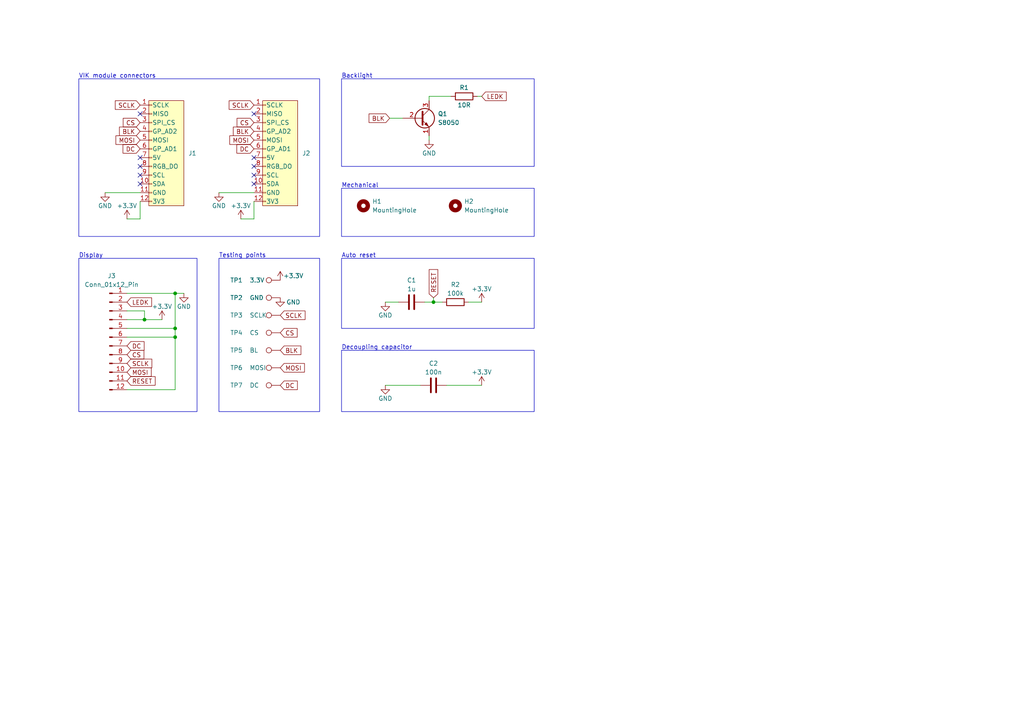
<source format=kicad_sch>
(kicad_sch (version 20230121) (generator eeschema)
  (paper "A4")
  (lib_symbols
    (symbol "Connector:Conn_01x12_Pin" (pin_names (offset 1.016) hide)
      (property "Reference" "J" (at 0 15.24 0))
      (property "Value" "Conn_01x12_Pin" (at 0 -17.78 0))
      (symbol "Conn_01x12_Pin_1_1"
        (polyline (pts (xy 1.27 -15.24) (xy 0.8636 -15.24)) (stroke (width 0.1524)))
        (polyline (pts (xy 1.27 -12.7) (xy 0.8636 -12.7)) (stroke (width 0.1524)))
        (polyline (pts (xy 1.27 -10.16) (xy 0.8636 -10.16)) (stroke (width 0.1524)))
        (polyline (pts (xy 1.27 -7.62) (xy 0.8636 -7.62)) (stroke (width 0.1524)))
        (polyline (pts (xy 1.27 -5.08) (xy 0.8636 -5.08)) (stroke (width 0.1524)))
        (polyline (pts (xy 1.27 -2.54) (xy 0.8636 -2.54)) (stroke (width 0.1524)))
        (polyline (pts (xy 1.27 0) (xy 0.8636 0)) (stroke (width 0.1524)))
        (polyline (pts (xy 1.27 2.54) (xy 0.8636 2.54)) (stroke (width 0.1524)))
        (polyline (pts (xy 1.27 5.08) (xy 0.8636 5.08)) (stroke (width 0.1524)))
        (polyline (pts (xy 1.27 7.62) (xy 0.8636 7.62)) (stroke (width 0.1524)))
        (polyline (pts (xy 1.27 10.16) (xy 0.8636 10.16)) (stroke (width 0.1524)))
        (polyline (pts (xy 1.27 12.7) (xy 0.8636 12.7)) (stroke (width 0.1524)))
        (rectangle (start 0.8636 -15.113) (end 0 -15.367) (stroke (width 0.1524)) (fill (type outline)))
        (rectangle (start 0.8636 -12.573) (end 0 -12.827) (stroke (width 0.1524)) (fill (type outline)))
        (rectangle (start 0.8636 -10.033) (end 0 -10.287) (stroke (width 0.1524)) (fill (type outline)))
        (rectangle (start 0.8636 -7.493) (end 0 -7.747) (stroke (width 0.1524)) (fill (type outline)))
        (rectangle (start 0.8636 -4.953) (end 0 -5.207) (stroke (width 0.1524)) (fill (type outline)))
        (rectangle (start 0.8636 -2.413) (end 0 -2.667) (stroke (width 0.1524)) (fill (type outline)))
        (rectangle (start 0.8636 0.127) (end 0 -0.127) (stroke (width 0.1524)) (fill (type outline)))
        (rectangle (start 0.8636 2.667) (end 0 2.413) (stroke (width 0.1524)) (fill (type outline)))
        (rectangle (start 0.8636 5.207) (end 0 4.953) (stroke (width 0.1524)) (fill (type outline)))
        (rectangle (start 0.8636 7.747) (end 0 7.493) (stroke (width 0.1524)) (fill (type outline)))
        (rectangle (start 0.8636 10.287) (end 0 10.033) (stroke (width 0.1524)) (fill (type outline)))
        (rectangle (start 0.8636 12.827) (end 0 12.573) (stroke (width 0.1524)) (fill (type outline)))
        (pin passive line (at 5.08 12.7 180) (length 3.81) (name "Pin_1") (number "1"))
        (pin passive line (at 5.08 -10.16 180) (length 3.81) (name "Pin_10") (number "10"))
        (pin passive line (at 5.08 -12.7 180) (length 3.81) (name "Pin_11") (number "11"))
        (pin passive line (at 5.08 -15.24 180) (length 3.81) (name "Pin_12") (number "12"))
        (pin passive line (at 5.08 10.16 180) (length 3.81) (name "Pin_2") (number "2"))
        (pin passive line (at 5.08 7.62 180) (length 3.81) (name "Pin_3") (number "3"))
        (pin passive line (at 5.08 5.08 180) (length 3.81) (name "Pin_4") (number "4"))
        (pin passive line (at 5.08 2.54 180) (length 3.81) (name "Pin_5") (number "5"))
        (pin passive line (at 5.08 0 180) (length 3.81) (name "Pin_6") (number "6"))
        (pin passive line (at 5.08 -2.54 180) (length 3.81) (name "Pin_7") (number "7"))
        (pin passive line (at 5.08 -5.08 180) (length 3.81) (name "Pin_8") (number "8"))
        (pin passive line (at 5.08 -7.62 180) (length 3.81) (name "Pin_9") (number "9"))
      )
    )
    (symbol "Connector:TestPoint" (pin_numbers hide) (pin_names (offset 0.762) hide)
      (property "Reference" "TP" (at 0 6.858 0))
      (property "Value" "TestPoint" (at 0 5.08 0))
      (symbol "TestPoint_0_1"
        (circle (center 0 3.302) (radius 0.762))
      )
      (symbol "TestPoint_1_1"
        (pin passive line (at 0 0 90) (length 2.54) (name "1") (number "1"))
      )
    )
    (symbol "Device:C" (pin_numbers hide) (pin_names (offset 0.254))
      (property "Reference" "C" (at 0.635 2.54 0))
      (property "Value" "C" (at 0.635 -2.54 0))
      (symbol "C_0_1"
        (polyline (pts (xy -2.032 -0.762) (xy 2.032 -0.762)) (stroke (width 0.508)))
        (polyline (pts (xy -2.032 0.762) (xy 2.032 0.762)) (stroke (width 0.508)))
      )
      (symbol "C_1_1"
        (pin passive line (at 0 3.81 270) (length 2.794) (name "~") (number "1"))
        (pin passive line (at 0 -3.81 90) (length 2.794) (name "~") (number "2"))
      )
    )
    (symbol "Device:R" (pin_numbers hide) (pin_names (offset 0))
      (property "Reference" "R" (at 2.032 0 90))
      (property "Value" "R" (at 0 0 90))
      (symbol "R_0_1"
        (rectangle (start -1.016 -2.54) (end 1.016 2.54) (stroke (width 0.254)))
      )
      (symbol "R_1_1"
        (pin passive line (at 0 3.81 270) (length 1.27) (name "~") (number "1"))
        (pin passive line (at 0 -3.81 90) (length 1.27) (name "~") (number "2"))
      )
    )
    (symbol "Mechanical:MountingHole" (pin_names (offset 1.016))
      (property "Reference" "H" (at 0 5.08 0))
      (property "Value" "MountingHole" (at 0 3.175 0))
      (symbol "MountingHole_0_1"
        (circle (center 0 0) (radius 1.27) (stroke (width 1.27)))
      )
    )
    (symbol "Transistor_BJT:S8050" (pin_names (offset 0) hide)
      (property "Reference" "Q" (at 5.08 1.905 0))
      (property "Value" "S8050" (at 5.08 0 0))
      (symbol "S8050_0_1"
        (polyline (pts (xy 0 0) (xy 0.635 0)))
        (polyline (pts (xy 0.635 0.635) (xy 2.54 2.54)))
        (polyline (pts (xy 0.635 -0.635) (xy 2.54 -2.54) (xy 2.54 -2.54)))
        (polyline (pts (xy 0.635 1.905) (xy 0.635 -1.905) (xy 0.635 -1.905)) (stroke (width 0.508)))
        (polyline (pts (xy 1.27 -1.778) (xy 1.778 -1.27) (xy 2.286 -2.286) (xy 1.27 -1.778) (xy 1.27 -1.778)) (fill (type outline)))
        (circle (center 1.27 0) (radius 2.8194) (stroke (width 0.254)))
      )
      (symbol "S8050_1_1"
        (pin passive line (at 2.54 -5.08 90) (length 2.54) (name "E") (number "1"))
        (pin input line (at -5.08 0 0) (length 5.08) (name "B") (number "2"))
        (pin passive line (at 2.54 5.08 270) (length 2.54) (name "C") (number "3"))
      )
    )
    (symbol "power:+3.3V" (power) (pin_names (offset 0))
      (property "Value" "+3.3V" (at 0 3.556 0))
      (symbol "+3.3V_0_1"
        (polyline (pts (xy -0.762 1.27) (xy 0 2.54)))
        (polyline (pts (xy 0 0) (xy 0 2.54)))
        (polyline (pts (xy 0 2.54) (xy 0.762 1.27)))
      )
      (symbol "+3.3V_1_1"
        (pin power_in line (at 0 0 90) (length 0) hide (name "+3.3V") (number "1"))
      )
    )
    (symbol "power:GND" (power) (pin_names (offset 0))
      (property "Value" "GND" (at 0 -3.81 0))
      (symbol "GND_0_1"
        (polyline (pts (xy 0 0) (xy 0 -1.27) (xy 1.27 -1.27) (xy 0 -2.54) (xy -1.27 -1.27) (xy 0 -1.27)))
      )
      (symbol "GND_1_1"
        (pin power_in line (at 0 0 270) (length 0) hide (name "GND") (number "1"))
      )
    )
    (symbol "vik:vik-module-connector" (pin_names (offset 1))
      (property "Reference" "J" (at 0 15.875 0))
      (symbol "vik-module-connector_1_1"
        (rectangle (start -5.08 13.97) (end 5.08 -16.51) (fill (type background)))
        (rectangle (start -5.0546 -15.113) (end -4.191 -15.367) (stroke (width 0.1)))
        (rectangle (start -5.0546 -12.573) (end -4.191 -12.827) (stroke (width 0.1)))
        (rectangle (start -5.0546 -10.033) (end -4.191 -10.287) (stroke (width 0.1)))
        (rectangle (start -5.0546 -7.493) (end -4.191 -7.747) (stroke (width 0.1)))
        (rectangle (start -5.0546 -4.953) (end -4.191 -5.207) (stroke (width 0.1)))
        (rectangle (start -5.0546 -2.413) (end -4.191 -2.667) (stroke (width 0.1)))
        (rectangle (start -5.0546 0.127) (end -4.191 -0.127) (stroke (width 0.1)))
        (rectangle (start -5.0546 2.667) (end -4.191 2.413) (stroke (width 0.1)))
        (rectangle (start -5.0546 5.207) (end -4.191 4.953) (stroke (width 0.1)))
        (rectangle (start -5.0546 7.747) (end -4.191 7.493) (stroke (width 0.1)))
        (rectangle (start -5.0546 10.287) (end -4.191 10.033) (stroke (width 0.1)))
        (rectangle (start -5.0546 12.827) (end -4.191 12.573) (stroke (width 0.1)))
        (pin output line (at -7.62 12.7 0) (length 2.54) (name "SCLK") (number "1"))
        (pin bidirectional line (at -7.62 -10.16 0) (length 2.54) (name "SDA") (number "10"))
        (pin power_out line (at -7.62 -12.7 0) (length 2.54) (name "GND") (number "11"))
        (pin power_out line (at -7.62 -15.24 0) (length 2.54) (name "3V3") (number "12"))
        (pin tri_state line (at -7.62 10.16 0) (length 2.54) (name "MISO") (number "2"))
        (pin output line (at -7.62 7.62 0) (length 2.54) (name "SPI_CS") (number "3"))
        (pin bidirectional line (at -7.62 5.08 0) (length 2.54) (name "GP_AD2") (number "4"))
        (pin output line (at -7.62 2.54 0) (length 2.54) (name "MOSI") (number "5"))
        (pin bidirectional line (at -7.62 0 0) (length 2.54) (name "GP_AD1") (number "6"))
        (pin power_out line (at -7.62 -2.54 0) (length 2.54) (name "5V") (number "7"))
        (pin output line (at -7.62 -5.08 0) (length 2.54) (name "RGB_DO") (number "8"))
        (pin bidirectional line (at -7.62 -7.62 0) (length 2.54) (name "SCL") (number "9"))
      )
    )
  )
  (junction (at 125.73 87.63))
  (junction (at 50.8 97.79))
  (junction (at 50.8 95.25))
  (junction (at 50.8 85.09))
  (junction (at 41.91 92.71))
  (no_connect (at 73.66 53.34))
  (no_connect (at 40.64 33.02))
  (no_connect (at 40.64 53.34))
  (no_connect (at 73.66 50.8))
  (no_connect (at 73.66 48.26))
  (no_connect (at 73.66 45.72))
  (no_connect (at 73.66 33.02))
  (no_connect (at 40.64 45.72))
  (no_connect (at 40.64 48.26))
  (no_connect (at 40.64 50.8))
  (wire (pts (xy 111.76 111.76) (xy 121.92 111.76)))
  (wire (pts (xy 41.91 90.17) (xy 41.91 92.71)))
  (wire (pts (xy 69.85 63.5) (xy 73.66 63.5)))
  (wire (pts (xy 41.91 92.71) (xy 46.99 92.71)))
  (wire (pts (xy 50.8 113.03) (xy 50.8 97.79)))
  (wire (pts (xy 36.83 113.03) (xy 50.8 113.03)))
  (wire (pts (xy 113.03 34.29) (xy 116.84 34.29)))
  (wire (pts (xy 36.83 63.5) (xy 40.64 63.5)))
  (wire (pts (xy 124.46 27.94) (xy 130.81 27.94)))
  (wire (pts (xy 73.66 63.5) (xy 73.66 58.42)))
  (wire (pts (xy 50.8 85.09) (xy 53.34 85.09)))
  (wire (pts (xy 111.76 87.63) (xy 115.57 87.63)))
  (wire (pts (xy 50.8 95.25) (xy 50.8 85.09)))
  (wire (pts (xy 124.46 27.94) (xy 124.46 29.21)))
  (wire (pts (xy 40.64 63.5) (xy 40.64 58.42)))
  (wire (pts (xy 36.83 92.71) (xy 41.91 92.71)))
  (wire (pts (xy 125.73 87.63) (xy 128.27 87.63)))
  (wire (pts (xy 138.43 27.94) (xy 139.7 27.94)))
  (wire (pts (xy 36.83 97.79) (xy 50.8 97.79)))
  (wire (pts (xy 36.83 90.17) (xy 41.91 90.17)))
  (wire (pts (xy 135.89 87.63) (xy 139.7 87.63)))
  (wire (pts (xy 36.83 85.09) (xy 50.8 85.09)))
  (wire (pts (xy 30.48 55.88) (xy 40.64 55.88)))
  (wire (pts (xy 36.83 95.25) (xy 50.8 95.25)))
  (wire (pts (xy 63.5 55.88) (xy 73.66 55.88)))
  (wire (pts (xy 50.8 97.79) (xy 50.8 95.25)))
  (wire (pts (xy 125.73 86.36) (xy 125.73 87.63)))
  (wire (pts (xy 129.54 111.76) (xy 139.7 111.76)))
  (wire (pts (xy 124.46 40.64) (xy 124.46 39.37)))
  (wire (pts (xy 123.19 87.63) (xy 125.73 87.63)))
  (rectangle (start 63.5 74.93) (end 92.71 119.38))
  (rectangle (start 99.06 101.6) (end 154.94 119.38))
  (rectangle (start 99.06 74.93) (end 154.94 95.25))
  (rectangle (start 22.86 74.93) (end 57.15 119.38))
  (rectangle (start 22.86 22.86) (end 92.71 68.58))
  (rectangle (start 99.06 54.61) (end 154.94 68.58))
  (rectangle (start 99.06 22.86) (end 154.94 48.26))
  (text "Display" (at 22.86 74.93 0) (effects (font (size 1.27 1.27)) (justify left bottom)))
  (text "Mechanical" (at 99.06 54.61 0) (effects (font (size 1.27 1.27)) (justify left bottom)))
  (text "Backlight" (at 99.06 22.86 0) (effects (font (size 1.27 1.27)) (justify left bottom)))
  (text "Auto reset" (at 99.06 74.93 0) (effects (font (size 1.27 1.27)) (justify left bottom)))
  (text "Decoupling capacitor" (at 99.06 101.6 0) (effects (font (size 1.27 1.27)) (justify left bottom)))
  (text "Testing points" (at 63.5 74.93 0) (effects (font (size 1.27 1.27)) (justify left bottom)))
  (text "VIK module connectors" (at 22.86 22.86 0) (effects (font (size 1.27 1.27)) (justify left bottom)))
  (global_label "MOSI" (shape input) (at 36.83 107.95 0) (property "Intersheetrefs" "${INTERSHEET_REFS}" (effects hide)))
  (global_label "BLK" (shape input) (at 113.03 34.29 180) (property "Intersheetrefs" "${INTERSHEET_REFS}" (effects hide)))
  (global_label "MOSI" (shape input) (at 73.66 40.64 180) (property "Intersheetrefs" "${INTERSHEET_REFS}" (effects hide)))
  (global_label "CS" (shape input) (at 81.28 96.52 0) (property "Intersheetrefs" "${INTERSHEET_REFS}" (effects hide)))
  (global_label "RESET" (shape input) (at 36.83 110.49 0) (property "Intersheetrefs" "${INTERSHEET_REFS}" (effects hide)))
  (global_label "MOSI" (shape input) (at 81.28 106.68 0) (property "Intersheetrefs" "${INTERSHEET_REFS}" (effects hide)))
  (global_label "SCLK" (shape input) (at 40.64 30.48 180) (property "Intersheetrefs" "${INTERSHEET_REFS}" (effects hide)))
  (global_label "DC" (shape input) (at 81.28 111.76 0) (property "Intersheetrefs" "${INTERSHEET_REFS}" (effects hide)))
  (global_label "DC" (shape input) (at 40.64 43.18 180) (property "Intersheetrefs" "${INTERSHEET_REFS}" (effects hide)))
  (global_label "LEDK" (shape input) (at 36.83 87.63 0) (property "Intersheetrefs" "${INTERSHEET_REFS}" (effects hide)))
  (global_label "SCLK" (shape input) (at 36.83 105.41 0) (property "Intersheetrefs" "${INTERSHEET_REFS}" (effects hide)))
  (global_label "CS" (shape input) (at 73.66 35.56 180) (property "Intersheetrefs" "${INTERSHEET_REFS}" (effects hide)))
  (global_label "MOSI" (shape input) (at 40.64 40.64 180) (property "Intersheetrefs" "${INTERSHEET_REFS}" (effects hide)))
  (global_label "BLK" (shape input) (at 73.66 38.1 180) (property "Intersheetrefs" "${INTERSHEET_REFS}" (effects hide)))
  (global_label "SCLK" (shape input) (at 81.28 91.44 0) (property "Intersheetrefs" "${INTERSHEET_REFS}" (effects hide)))
  (global_label "CS" (shape input) (at 40.64 35.56 180) (property "Intersheetrefs" "${INTERSHEET_REFS}" (effects hide)))
  (global_label "SCLK" (shape input) (at 73.66 30.48 180) (property "Intersheetrefs" "${INTERSHEET_REFS}" (effects hide)))
  (global_label "BLK" (shape input) (at 81.28 101.6 0) (property "Intersheetrefs" "${INTERSHEET_REFS}" (effects hide)))
  (global_label "RESET" (shape input) (at 125.73 86.36 90) (property "Intersheetrefs" "${INTERSHEET_REFS}" (effects hide)))
  (global_label "DC" (shape input) (at 36.83 100.33 0) (property "Intersheetrefs" "${INTERSHEET_REFS}" (effects hide)))
  (global_label "LEDK" (shape input) (at 139.7 27.94 0) (property "Intersheetrefs" "${INTERSHEET_REFS}" (effects hide)))
  (global_label "BLK" (shape input) (at 40.64 38.1 180) (property "Intersheetrefs" "${INTERSHEET_REFS}" (effects hide)))
  (global_label "DC" (shape input) (at 73.66 43.18 180) (property "Intersheetrefs" "${INTERSHEET_REFS}" (effects hide)))
  (global_label "CS" (shape input) (at 36.83 102.87 0) (property "Intersheetrefs" "${INTERSHEET_REFS}" (effects hide)))
  (symbol (lib_id "Connector:TestPoint") (at 81.28 111.76 90) (unit 1)
    (property "Reference" "TP7" (at 68.58 111.76 90))
    (property "Value" "DC" (at 72.39 111.76 90) (effects (justify right)))
    (property "Footprint" "TestPoint:TestPoint_Pad_D2.0mm" (effects hide))
  )
  (symbol (lib_id "power:GND") (at 111.76 87.63 0) (unit 1)
    (property "Reference" "#PWR05" (effects hide))
    (property "Value" "GND" (at 111.76 91.44 0))
  )
  (symbol (lib_id "power:+3.3V") (at 139.7 111.76 0) (unit 1)
    (property "Reference" "#PWR09" (effects hide))
    (property "Value" "+3.3V" (at 139.7 107.95 0))
  )
  (symbol (lib_id "Connector:TestPoint") (at 81.28 91.44 90) (unit 1)
    (property "Reference" "TP3" (at 68.58 91.44 90))
    (property "Value" "SCLK" (at 72.39 91.44 90) (effects (justify right)))
    (property "Footprint" "TestPoint:TestPoint_Pad_D2.0mm" (effects hide))
  )
  (symbol (lib_id "power:GND") (at 111.76 111.76 0) (unit 1)
    (property "Reference" "#PWR04" (effects hide))
    (property "Value" "GND" (at 111.76 115.57 0))
  )
  (symbol (lib_id "power:+3.3V") (at 69.85 63.5 0) (unit 1)
    (property "Reference" "#PWR012" (effects hide))
    (property "Value" "+3.3V" (at 69.85 59.69 0))
  )
  (symbol (lib_id "Device:R") (at 132.08 87.63 90) (unit 1)
    (property "Reference" "R2" (at 132.08 82.55 90))
    (property "Value" "100k" (at 132.08 85.09 90))
    (property "Footprint" "Resistor_SMD:R_1206_3216Metric_Pad1.30x1.75mm_HandSolder" (effects hide))
  )
  (symbol (lib_id "Device:R") (at 134.62 27.94 90) (unit 1)
    (property "Reference" "R1" (at 134.62 25.4 90))
    (property "Value" "10R" (at 134.62 30.48 90))
    (property "Footprint" "Resistor_SMD:R_1206_3216Metric_Pad1.30x1.75mm_HandSolder" (effects hide))
  )
  (symbol (lib_id "Transistor_BJT:S8050") (at 121.92 34.29 0) (unit 1)
    (property "Reference" "Q1" (at 127 33.02 0) (effects (justify left)))
    (property "Value" "S8050" (at 127 35.56 0) (effects (justify left)))
    (property "Footprint" "zzkeeb:Transistor-S8050-SOT-23" (effects hide))
    (property "Datasheet" "http://www.unisonic.com.tw/datasheet/S8050.pdf" (effects hide))
  )
  (symbol (lib_id "power:+3.3V") (at 81.28 81.28 0) (unit 1)
    (property "Reference" "#PWR010" (effects hide))
    (property "Value" "+3.3V" (at 85.09 80.01 0))
  )
  (symbol (lib_id "power:+3.3V") (at 139.7 87.63 0) (unit 1)
    (property "Reference" "#PWR08" (effects hide))
    (property "Value" "+3.3V" (at 139.7 83.82 0))
  )
  (symbol (lib_id "Device:C") (at 125.73 111.76 90) (unit 1)
    (property "Reference" "C2" (at 125.73 105.41 90))
    (property "Value" "100n" (at 125.73 107.95 90))
    (property "Footprint" "Capacitor_SMD:C_1206_3216Metric_Pad1.33x1.80mm_HandSolder" (effects hide))
  )
  (symbol (lib_id "Mechanical:MountingHole") (at 132.08 59.69 0) (unit 1)
    (property "Reference" "H2" (at 134.62 58.42 0) (effects (justify left)))
    (property "Value" "MountingHole" (at 134.62 60.96 0) (effects (justify left)))
    (property "Footprint" "zzkeeb:Hole_M2-solder-nut-2.5" (effects hide))
  )
  (symbol (lib_id "power:GND") (at 30.48 55.88 0) (unit 1)
    (property "Reference" "#PWR07" (effects hide))
    (property "Value" "GND" (at 30.48 59.69 0))
  )
  (symbol (lib_id "Device:C") (at 119.38 87.63 90) (unit 1)
    (property "Reference" "C1" (at 119.38 81.28 90))
    (property "Value" "1u" (at 119.38 83.82 90))
    (property "Footprint" "Capacitor_SMD:C_1206_3216Metric_Pad1.33x1.80mm_HandSolder" (effects hide))
  )
  (symbol (lib_id "power:GND") (at 53.34 85.09 0) (unit 1)
    (property "Reference" "#PWR01" (effects hide))
    (property "Value" "GND" (at 53.34 88.9 0))
  )
  (symbol (lib_id "Connector:TestPoint") (at 81.28 86.36 90) (unit 1)
    (property "Reference" "TP2" (at 68.58 86.36 90))
    (property "Value" "GND" (at 72.39 86.36 90) (effects (justify right)))
    (property "Footprint" "TestPoint:TestPoint_Pad_D2.0mm" (effects hide))
  )
  (symbol (lib_id "Connector:TestPoint") (at 81.28 106.68 90) (unit 1)
    (property "Reference" "TP6" (at 68.58 106.68 90))
    (property "Value" "MOSI" (at 72.39 106.68 90) (effects (justify right)))
    (property "Footprint" "TestPoint:TestPoint_Pad_D2.0mm" (effects hide))
  )
  (symbol (lib_id "Mechanical:MountingHole") (at 105.41 59.69 0) (unit 1)
    (property "Reference" "H1" (at 107.95 58.42 0) (effects (justify left)))
    (property "Value" "MountingHole" (at 107.95 60.96 0) (effects (justify left)))
    (property "Footprint" "zzkeeb:Hole_M2-solder-nut-2.5" (effects hide))
  )
  (symbol (lib_id "power:GND") (at 124.46 40.64 0) (unit 1)
    (property "Reference" "#PWR03" (effects hide))
    (property "Value" "GND" (at 124.46 44.45 0))
  )
  (symbol (lib_id "Connector:TestPoint") (at 81.28 101.6 90) (unit 1)
    (property "Reference" "TP5" (at 68.58 101.6 90))
    (property "Value" "BL" (at 72.39 101.6 90) (effects (justify right)))
    (property "Footprint" "TestPoint:TestPoint_Pad_D2.0mm" (effects hide))
  )
  (symbol (lib_id "Connector:TestPoint") (at 81.28 96.52 90) (unit 1)
    (property "Reference" "TP4" (at 68.58 96.52 90))
    (property "Value" "CS" (at 72.39 96.52 90) (effects (justify right)))
    (property "Footprint" "TestPoint:TestPoint_Pad_D2.0mm" (effects hide))
  )
  (symbol (lib_id "vik:vik-module-connector") (at 81.28 43.18 0) (unit 1)
    (property "Reference" "J2" (at 87.63 44.45 0) (effects (justify left)))
    (property "Value" "vik-module-connector" (effects hide))
    (property "Footprint" "zzkeeb:Connector_VIK-vertical-module" (effects hide))
  )
  (symbol (lib_id "power:+3.3V") (at 36.83 63.5 0) (unit 1)
    (property "Reference" "#PWR06" (effects hide))
    (property "Value" "+3.3V" (at 36.83 59.69 0))
  )
  (symbol (lib_id "vik:vik-module-connector") (at 48.26 43.18 0) (unit 1)
    (property "Reference" "J1" (at 54.61 44.45 0) (effects (justify left)))
    (property "Value" "vik-module-connector" (effects hide))
    (property "Footprint" "vik:vik-module-connector-horizontal" (effects hide))
  )
  (symbol (lib_id "power:GND") (at 81.28 86.36 0) (unit 1)
    (property "Reference" "#PWR013" (effects hide))
    (property "Value" "GND" (at 85.09 87.63 0))
  )
  (symbol (lib_id "Connector:TestPoint") (at 81.28 81.28 90) (unit 1)
    (property "Reference" "TP1" (at 68.58 81.28 90))
    (property "Value" "3.3V" (at 72.39 81.28 90) (effects (justify right)))
    (property "Footprint" "TestPoint:TestPoint_Pad_D2.0mm" (effects hide))
  )
  (symbol (lib_id "power:+3.3V") (at 46.99 92.71 0) (unit 1)
    (property "Reference" "#PWR02" (effects hide))
    (property "Value" "+3.3V" (at 46.99 88.9 0))
  )
  (symbol (lib_id "power:GND") (at 63.5 55.88 0) (unit 1)
    (property "Reference" "#PWR011" (effects hide))
    (property "Value" "GND" (at 63.5 59.69 0))
  )
  (symbol (lib_id "Connector:Conn_01x12_Pin") (at 31.75 97.79 0) (unit 1)
    (property "Reference" "J3" (at 32.385 80.01 0))
    (property "Value" "Conn_01x12_Pin" (at 32.385 82.55 0))
    (property "Footprint" "zzkeeb:Connector_Display-12pin-0.7mm" (effects hide))
  )
)
</source>
